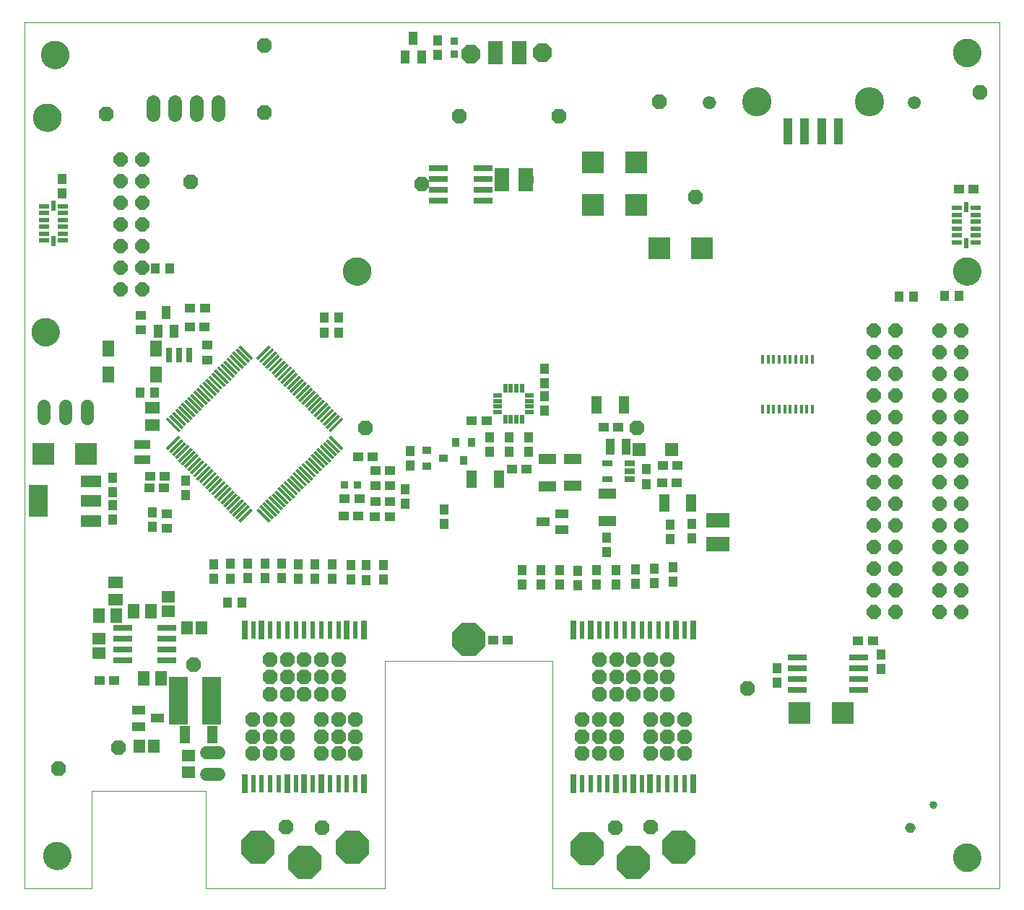
<source format=gbs>
G75*
G70*
%OFA0B0*%
%FSLAX24Y24*%
%IPPOS*%
%LPD*%
%AMOC8*
5,1,8,0,0,1.08239X$1,22.5*
%
%ADD10C,0.0008*%
%ADD11C,0.0000*%
%ADD12C,0.1300*%
%ADD13OC8,0.0640*%
%ADD14R,0.0906X0.0276*%
%ADD15R,0.0552X0.0670*%
%ADD16R,0.0670X0.0552*%
%ADD17R,0.0631X0.0552*%
%ADD18R,0.0552X0.0631*%
%ADD19R,0.0886X0.2205*%
%ADD20R,0.0591X0.0434*%
%ADD21C,0.0600*%
%ADD22C,0.0315*%
%ADD23R,0.0240X0.0827*%
%ADD24R,0.0276X0.0866*%
%ADD25R,0.0434X0.0473*%
%ADD26OC8,0.1540*%
%ADD27C,0.1350*%
%ADD28R,0.0394X0.1221*%
%ADD29R,0.0670X0.1103*%
%ADD30OC8,0.0890*%
%ADD31R,0.0473X0.0434*%
%ADD32R,0.0138X0.0827*%
%ADD33R,0.0827X0.0138*%
%ADD34R,0.0741X0.0442*%
%ADD35R,0.0985X0.0985*%
%ADD36R,0.1103X0.0670*%
%ADD37R,0.0434X0.0591*%
%ADD38R,0.0540X0.0780*%
%ADD39R,0.0355X0.0355*%
%ADD40R,0.0512X0.0257*%
%ADD41R,0.0827X0.0512*%
%ADD42R,0.0591X0.0591*%
%ADD43R,0.0442X0.0741*%
%ADD44R,0.0434X0.0197*%
%ADD45R,0.0197X0.0434*%
%ADD46R,0.0920X0.0520*%
%ADD47R,0.0906X0.1457*%
%ADD48R,0.0512X0.0827*%
%ADD49C,0.0335*%
%ADD50C,0.0453*%
%ADD51R,0.0394X0.0355*%
%ADD52R,0.0355X0.0394*%
%ADD53C,0.0640*%
%ADD54R,0.0316X0.0709*%
%ADD55R,0.0512X0.0237*%
%ADD56R,0.0237X0.0512*%
%ADD57OC8,0.0670*%
%ADD58C,0.0591*%
%ADD59R,0.1044X0.1024*%
%ADD60R,0.0160X0.0430*%
D10*
X000180Y000805D02*
X000180Y040805D01*
X029550Y040805D01*
X045180Y040805D01*
X045180Y040305D01*
X045172Y040675D02*
X045172Y000805D01*
X031912Y000805D01*
X031834Y000805D01*
X031519Y000805D01*
X024566Y000805D01*
X024566Y011305D01*
X016803Y011305D01*
X016803Y000805D01*
X009786Y000805D01*
X009708Y000805D01*
X008546Y000805D01*
X008546Y005305D01*
X003269Y005305D01*
X003269Y000805D01*
X000180Y000805D01*
X000180Y040805D02*
X000180Y040833D01*
D11*
X000962Y039305D02*
X000964Y039355D01*
X000970Y039405D01*
X000980Y039454D01*
X000994Y039502D01*
X001011Y039549D01*
X001032Y039594D01*
X001057Y039638D01*
X001085Y039679D01*
X001117Y039718D01*
X001151Y039755D01*
X001188Y039789D01*
X001228Y039819D01*
X001270Y039846D01*
X001314Y039870D01*
X001360Y039891D01*
X001407Y039907D01*
X001455Y039920D01*
X001505Y039929D01*
X001554Y039934D01*
X001605Y039935D01*
X001655Y039932D01*
X001704Y039925D01*
X001753Y039914D01*
X001801Y039899D01*
X001847Y039881D01*
X001892Y039859D01*
X001935Y039833D01*
X001976Y039804D01*
X002015Y039772D01*
X002051Y039737D01*
X002083Y039699D01*
X002113Y039659D01*
X002140Y039616D01*
X002163Y039572D01*
X002182Y039526D01*
X002198Y039478D01*
X002210Y039429D01*
X002218Y039380D01*
X002222Y039330D01*
X002222Y039280D01*
X002218Y039230D01*
X002210Y039181D01*
X002198Y039132D01*
X002182Y039084D01*
X002163Y039038D01*
X002140Y038994D01*
X002113Y038951D01*
X002083Y038911D01*
X002051Y038873D01*
X002015Y038838D01*
X001976Y038806D01*
X001935Y038777D01*
X001892Y038751D01*
X001847Y038729D01*
X001801Y038711D01*
X001753Y038696D01*
X001704Y038685D01*
X001655Y038678D01*
X001605Y038675D01*
X001554Y038676D01*
X001505Y038681D01*
X001455Y038690D01*
X001407Y038703D01*
X001360Y038719D01*
X001314Y038740D01*
X001270Y038764D01*
X001228Y038791D01*
X001188Y038821D01*
X001151Y038855D01*
X001117Y038892D01*
X001085Y038931D01*
X001057Y038972D01*
X001032Y039016D01*
X001011Y039061D01*
X000994Y039108D01*
X000980Y039156D01*
X000970Y039205D01*
X000964Y039255D01*
X000962Y039305D01*
X000602Y036410D02*
X000604Y036460D01*
X000610Y036510D01*
X000620Y036559D01*
X000634Y036607D01*
X000651Y036654D01*
X000672Y036699D01*
X000697Y036743D01*
X000725Y036784D01*
X000757Y036823D01*
X000791Y036860D01*
X000828Y036894D01*
X000868Y036924D01*
X000910Y036951D01*
X000954Y036975D01*
X001000Y036996D01*
X001047Y037012D01*
X001095Y037025D01*
X001145Y037034D01*
X001194Y037039D01*
X001245Y037040D01*
X001295Y037037D01*
X001344Y037030D01*
X001393Y037019D01*
X001441Y037004D01*
X001487Y036986D01*
X001532Y036964D01*
X001575Y036938D01*
X001616Y036909D01*
X001655Y036877D01*
X001691Y036842D01*
X001723Y036804D01*
X001753Y036764D01*
X001780Y036721D01*
X001803Y036677D01*
X001822Y036631D01*
X001838Y036583D01*
X001850Y036534D01*
X001858Y036485D01*
X001862Y036435D01*
X001862Y036385D01*
X001858Y036335D01*
X001850Y036286D01*
X001838Y036237D01*
X001822Y036189D01*
X001803Y036143D01*
X001780Y036099D01*
X001753Y036056D01*
X001723Y036016D01*
X001691Y035978D01*
X001655Y035943D01*
X001616Y035911D01*
X001575Y035882D01*
X001532Y035856D01*
X001487Y035834D01*
X001441Y035816D01*
X001393Y035801D01*
X001344Y035790D01*
X001295Y035783D01*
X001245Y035780D01*
X001194Y035781D01*
X001145Y035786D01*
X001095Y035795D01*
X001047Y035808D01*
X001000Y035824D01*
X000954Y035845D01*
X000910Y035869D01*
X000868Y035896D01*
X000828Y035926D01*
X000791Y035960D01*
X000757Y035997D01*
X000725Y036036D01*
X000697Y036077D01*
X000672Y036121D01*
X000651Y036166D01*
X000634Y036213D01*
X000620Y036261D01*
X000610Y036310D01*
X000604Y036360D01*
X000602Y036410D01*
X000515Y026498D02*
X000517Y026548D01*
X000523Y026598D01*
X000533Y026647D01*
X000547Y026695D01*
X000564Y026742D01*
X000585Y026787D01*
X000610Y026831D01*
X000638Y026872D01*
X000670Y026911D01*
X000704Y026948D01*
X000741Y026982D01*
X000781Y027012D01*
X000823Y027039D01*
X000867Y027063D01*
X000913Y027084D01*
X000960Y027100D01*
X001008Y027113D01*
X001058Y027122D01*
X001107Y027127D01*
X001158Y027128D01*
X001208Y027125D01*
X001257Y027118D01*
X001306Y027107D01*
X001354Y027092D01*
X001400Y027074D01*
X001445Y027052D01*
X001488Y027026D01*
X001529Y026997D01*
X001568Y026965D01*
X001604Y026930D01*
X001636Y026892D01*
X001666Y026852D01*
X001693Y026809D01*
X001716Y026765D01*
X001735Y026719D01*
X001751Y026671D01*
X001763Y026622D01*
X001771Y026573D01*
X001775Y026523D01*
X001775Y026473D01*
X001771Y026423D01*
X001763Y026374D01*
X001751Y026325D01*
X001735Y026277D01*
X001716Y026231D01*
X001693Y026187D01*
X001666Y026144D01*
X001636Y026104D01*
X001604Y026066D01*
X001568Y026031D01*
X001529Y025999D01*
X001488Y025970D01*
X001445Y025944D01*
X001400Y025922D01*
X001354Y025904D01*
X001306Y025889D01*
X001257Y025878D01*
X001208Y025871D01*
X001158Y025868D01*
X001107Y025869D01*
X001058Y025874D01*
X001008Y025883D01*
X000960Y025896D01*
X000913Y025912D01*
X000867Y025933D01*
X000823Y025957D01*
X000781Y025984D01*
X000741Y026014D01*
X000704Y026048D01*
X000670Y026085D01*
X000638Y026124D01*
X000610Y026165D01*
X000585Y026209D01*
X000564Y026254D01*
X000547Y026301D01*
X000533Y026349D01*
X000523Y026398D01*
X000517Y026448D01*
X000515Y026498D01*
X014901Y029305D02*
X014903Y029355D01*
X014909Y029405D01*
X014919Y029454D01*
X014933Y029502D01*
X014950Y029549D01*
X014971Y029594D01*
X014996Y029638D01*
X015024Y029679D01*
X015056Y029718D01*
X015090Y029755D01*
X015127Y029789D01*
X015167Y029819D01*
X015209Y029846D01*
X015253Y029870D01*
X015299Y029891D01*
X015346Y029907D01*
X015394Y029920D01*
X015444Y029929D01*
X015493Y029934D01*
X015544Y029935D01*
X015594Y029932D01*
X015643Y029925D01*
X015692Y029914D01*
X015740Y029899D01*
X015786Y029881D01*
X015831Y029859D01*
X015874Y029833D01*
X015915Y029804D01*
X015954Y029772D01*
X015990Y029737D01*
X016022Y029699D01*
X016052Y029659D01*
X016079Y029616D01*
X016102Y029572D01*
X016121Y029526D01*
X016137Y029478D01*
X016149Y029429D01*
X016157Y029380D01*
X016161Y029330D01*
X016161Y029280D01*
X016157Y029230D01*
X016149Y029181D01*
X016137Y029132D01*
X016121Y029084D01*
X016102Y029038D01*
X016079Y028994D01*
X016052Y028951D01*
X016022Y028911D01*
X015990Y028873D01*
X015954Y028838D01*
X015915Y028806D01*
X015874Y028777D01*
X015831Y028751D01*
X015786Y028729D01*
X015740Y028711D01*
X015692Y028696D01*
X015643Y028685D01*
X015594Y028678D01*
X015544Y028675D01*
X015493Y028676D01*
X015444Y028681D01*
X015394Y028690D01*
X015346Y028703D01*
X015299Y028719D01*
X015253Y028740D01*
X015209Y028764D01*
X015167Y028791D01*
X015127Y028821D01*
X015090Y028855D01*
X015056Y028892D01*
X015024Y028931D01*
X014996Y028972D01*
X014971Y029016D01*
X014950Y029061D01*
X014933Y029108D01*
X014919Y029156D01*
X014909Y029205D01*
X014903Y029255D01*
X014901Y029305D01*
X031518Y037104D02*
X031520Y037137D01*
X031526Y037169D01*
X031535Y037200D01*
X031548Y037230D01*
X031565Y037258D01*
X031585Y037284D01*
X031608Y037308D01*
X031633Y037328D01*
X031661Y037346D01*
X031690Y037360D01*
X031721Y037370D01*
X031753Y037377D01*
X031786Y037380D01*
X031819Y037379D01*
X031851Y037374D01*
X031882Y037365D01*
X031913Y037353D01*
X031941Y037337D01*
X031968Y037318D01*
X031992Y037296D01*
X032013Y037271D01*
X032032Y037244D01*
X032047Y037215D01*
X032058Y037185D01*
X032066Y037153D01*
X032070Y037120D01*
X032070Y037088D01*
X032066Y037055D01*
X032058Y037023D01*
X032047Y036993D01*
X032032Y036964D01*
X032013Y036937D01*
X031992Y036912D01*
X031968Y036890D01*
X031941Y036871D01*
X031913Y036855D01*
X031882Y036843D01*
X031851Y036834D01*
X031819Y036829D01*
X031786Y036828D01*
X031753Y036831D01*
X031721Y036838D01*
X031690Y036848D01*
X031661Y036862D01*
X031633Y036880D01*
X031608Y036900D01*
X031585Y036924D01*
X031565Y036950D01*
X031548Y036978D01*
X031535Y037008D01*
X031526Y037039D01*
X031520Y037071D01*
X031518Y037104D01*
X040967Y037104D02*
X040969Y037137D01*
X040975Y037169D01*
X040984Y037200D01*
X040997Y037230D01*
X041014Y037258D01*
X041034Y037284D01*
X041057Y037308D01*
X041082Y037328D01*
X041110Y037346D01*
X041139Y037360D01*
X041170Y037370D01*
X041202Y037377D01*
X041235Y037380D01*
X041268Y037379D01*
X041300Y037374D01*
X041331Y037365D01*
X041362Y037353D01*
X041390Y037337D01*
X041417Y037318D01*
X041441Y037296D01*
X041462Y037271D01*
X041481Y037244D01*
X041496Y037215D01*
X041507Y037185D01*
X041515Y037153D01*
X041519Y037120D01*
X041519Y037088D01*
X041515Y037055D01*
X041507Y037023D01*
X041496Y036993D01*
X041481Y036964D01*
X041462Y036937D01*
X041441Y036912D01*
X041417Y036890D01*
X041390Y036871D01*
X041362Y036855D01*
X041331Y036843D01*
X041300Y036834D01*
X041268Y036829D01*
X041235Y036828D01*
X041202Y036831D01*
X041170Y036838D01*
X041139Y036848D01*
X041110Y036862D01*
X041082Y036880D01*
X041057Y036900D01*
X041034Y036924D01*
X041014Y036950D01*
X040997Y036978D01*
X040984Y037008D01*
X040975Y037039D01*
X040969Y037071D01*
X040967Y037104D01*
X043050Y039393D02*
X043052Y039443D01*
X043058Y039493D01*
X043068Y039542D01*
X043082Y039590D01*
X043099Y039637D01*
X043120Y039682D01*
X043145Y039726D01*
X043173Y039767D01*
X043205Y039806D01*
X043239Y039843D01*
X043276Y039877D01*
X043316Y039907D01*
X043358Y039934D01*
X043402Y039958D01*
X043448Y039979D01*
X043495Y039995D01*
X043543Y040008D01*
X043593Y040017D01*
X043642Y040022D01*
X043693Y040023D01*
X043743Y040020D01*
X043792Y040013D01*
X043841Y040002D01*
X043889Y039987D01*
X043935Y039969D01*
X043980Y039947D01*
X044023Y039921D01*
X044064Y039892D01*
X044103Y039860D01*
X044139Y039825D01*
X044171Y039787D01*
X044201Y039747D01*
X044228Y039704D01*
X044251Y039660D01*
X044270Y039614D01*
X044286Y039566D01*
X044298Y039517D01*
X044306Y039468D01*
X044310Y039418D01*
X044310Y039368D01*
X044306Y039318D01*
X044298Y039269D01*
X044286Y039220D01*
X044270Y039172D01*
X044251Y039126D01*
X044228Y039082D01*
X044201Y039039D01*
X044171Y038999D01*
X044139Y038961D01*
X044103Y038926D01*
X044064Y038894D01*
X044023Y038865D01*
X043980Y038839D01*
X043935Y038817D01*
X043889Y038799D01*
X043841Y038784D01*
X043792Y038773D01*
X043743Y038766D01*
X043693Y038763D01*
X043642Y038764D01*
X043593Y038769D01*
X043543Y038778D01*
X043495Y038791D01*
X043448Y038807D01*
X043402Y038828D01*
X043358Y038852D01*
X043316Y038879D01*
X043276Y038909D01*
X043239Y038943D01*
X043205Y038980D01*
X043173Y039019D01*
X043145Y039060D01*
X043120Y039104D01*
X043099Y039149D01*
X043082Y039196D01*
X043068Y039244D01*
X043058Y039293D01*
X043052Y039343D01*
X043050Y039393D01*
X043050Y029305D02*
X043052Y029355D01*
X043058Y029405D01*
X043068Y029454D01*
X043082Y029502D01*
X043099Y029549D01*
X043120Y029594D01*
X043145Y029638D01*
X043173Y029679D01*
X043205Y029718D01*
X043239Y029755D01*
X043276Y029789D01*
X043316Y029819D01*
X043358Y029846D01*
X043402Y029870D01*
X043448Y029891D01*
X043495Y029907D01*
X043543Y029920D01*
X043593Y029929D01*
X043642Y029934D01*
X043693Y029935D01*
X043743Y029932D01*
X043792Y029925D01*
X043841Y029914D01*
X043889Y029899D01*
X043935Y029881D01*
X043980Y029859D01*
X044023Y029833D01*
X044064Y029804D01*
X044103Y029772D01*
X044139Y029737D01*
X044171Y029699D01*
X044201Y029659D01*
X044228Y029616D01*
X044251Y029572D01*
X044270Y029526D01*
X044286Y029478D01*
X044298Y029429D01*
X044306Y029380D01*
X044310Y029330D01*
X044310Y029280D01*
X044306Y029230D01*
X044298Y029181D01*
X044286Y029132D01*
X044270Y029084D01*
X044251Y029038D01*
X044228Y028994D01*
X044201Y028951D01*
X044171Y028911D01*
X044139Y028873D01*
X044103Y028838D01*
X044064Y028806D01*
X044023Y028777D01*
X043980Y028751D01*
X043935Y028729D01*
X043889Y028711D01*
X043841Y028696D01*
X043792Y028685D01*
X043743Y028678D01*
X043693Y028675D01*
X043642Y028676D01*
X043593Y028681D01*
X043543Y028690D01*
X043495Y028703D01*
X043448Y028719D01*
X043402Y028740D01*
X043358Y028764D01*
X043316Y028791D01*
X043276Y028821D01*
X043239Y028855D01*
X043205Y028892D01*
X043173Y028931D01*
X043145Y028972D01*
X043120Y029016D01*
X043099Y029061D01*
X043082Y029108D01*
X043068Y029156D01*
X043058Y029205D01*
X043052Y029255D01*
X043050Y029305D01*
X041977Y004654D02*
X041979Y004678D01*
X041985Y004701D01*
X041994Y004723D01*
X042007Y004743D01*
X042022Y004761D01*
X042041Y004776D01*
X042062Y004788D01*
X042084Y004796D01*
X042107Y004801D01*
X042131Y004802D01*
X042155Y004799D01*
X042177Y004792D01*
X042199Y004782D01*
X042219Y004769D01*
X042236Y004752D01*
X042250Y004733D01*
X042261Y004712D01*
X042269Y004689D01*
X042273Y004666D01*
X042273Y004642D01*
X042269Y004619D01*
X042261Y004596D01*
X042250Y004575D01*
X042236Y004556D01*
X042219Y004539D01*
X042199Y004526D01*
X042177Y004516D01*
X042155Y004509D01*
X042131Y004506D01*
X042107Y004507D01*
X042084Y004512D01*
X042062Y004520D01*
X042041Y004532D01*
X042022Y004547D01*
X042007Y004565D01*
X041994Y004585D01*
X041985Y004607D01*
X041979Y004630D01*
X041977Y004654D01*
X040858Y003602D02*
X040860Y003630D01*
X040866Y003658D01*
X040875Y003684D01*
X040888Y003710D01*
X040904Y003733D01*
X040924Y003753D01*
X040946Y003771D01*
X040970Y003786D01*
X040996Y003797D01*
X041023Y003805D01*
X041051Y003809D01*
X041079Y003809D01*
X041107Y003805D01*
X041134Y003797D01*
X041160Y003786D01*
X041184Y003771D01*
X041206Y003753D01*
X041226Y003733D01*
X041242Y003710D01*
X041255Y003684D01*
X041264Y003658D01*
X041270Y003630D01*
X041272Y003602D01*
X041270Y003574D01*
X041264Y003546D01*
X041255Y003520D01*
X041242Y003494D01*
X041226Y003471D01*
X041206Y003451D01*
X041184Y003433D01*
X041160Y003418D01*
X041134Y003407D01*
X041107Y003399D01*
X041079Y003395D01*
X041051Y003395D01*
X041023Y003399D01*
X040996Y003407D01*
X040970Y003418D01*
X040946Y003433D01*
X040924Y003451D01*
X040904Y003471D01*
X040888Y003494D01*
X040875Y003520D01*
X040866Y003546D01*
X040860Y003574D01*
X040858Y003602D01*
X043050Y002217D02*
X043052Y002267D01*
X043058Y002317D01*
X043068Y002366D01*
X043082Y002414D01*
X043099Y002461D01*
X043120Y002506D01*
X043145Y002550D01*
X043173Y002591D01*
X043205Y002630D01*
X043239Y002667D01*
X043276Y002701D01*
X043316Y002731D01*
X043358Y002758D01*
X043402Y002782D01*
X043448Y002803D01*
X043495Y002819D01*
X043543Y002832D01*
X043593Y002841D01*
X043642Y002846D01*
X043693Y002847D01*
X043743Y002844D01*
X043792Y002837D01*
X043841Y002826D01*
X043889Y002811D01*
X043935Y002793D01*
X043980Y002771D01*
X044023Y002745D01*
X044064Y002716D01*
X044103Y002684D01*
X044139Y002649D01*
X044171Y002611D01*
X044201Y002571D01*
X044228Y002528D01*
X044251Y002484D01*
X044270Y002438D01*
X044286Y002390D01*
X044298Y002341D01*
X044306Y002292D01*
X044310Y002242D01*
X044310Y002192D01*
X044306Y002142D01*
X044298Y002093D01*
X044286Y002044D01*
X044270Y001996D01*
X044251Y001950D01*
X044228Y001906D01*
X044201Y001863D01*
X044171Y001823D01*
X044139Y001785D01*
X044103Y001750D01*
X044064Y001718D01*
X044023Y001689D01*
X043980Y001663D01*
X043935Y001641D01*
X043889Y001623D01*
X043841Y001608D01*
X043792Y001597D01*
X043743Y001590D01*
X043693Y001587D01*
X043642Y001588D01*
X043593Y001593D01*
X043543Y001602D01*
X043495Y001615D01*
X043448Y001631D01*
X043402Y001652D01*
X043358Y001676D01*
X043316Y001703D01*
X043276Y001733D01*
X043239Y001767D01*
X043205Y001804D01*
X043173Y001843D01*
X043145Y001884D01*
X043120Y001928D01*
X043099Y001973D01*
X043082Y002020D01*
X043068Y002068D01*
X043058Y002117D01*
X043052Y002167D01*
X043050Y002217D01*
X001050Y002305D02*
X001052Y002355D01*
X001058Y002405D01*
X001068Y002454D01*
X001082Y002502D01*
X001099Y002549D01*
X001120Y002594D01*
X001145Y002638D01*
X001173Y002679D01*
X001205Y002718D01*
X001239Y002755D01*
X001276Y002789D01*
X001316Y002819D01*
X001358Y002846D01*
X001402Y002870D01*
X001448Y002891D01*
X001495Y002907D01*
X001543Y002920D01*
X001593Y002929D01*
X001642Y002934D01*
X001693Y002935D01*
X001743Y002932D01*
X001792Y002925D01*
X001841Y002914D01*
X001889Y002899D01*
X001935Y002881D01*
X001980Y002859D01*
X002023Y002833D01*
X002064Y002804D01*
X002103Y002772D01*
X002139Y002737D01*
X002171Y002699D01*
X002201Y002659D01*
X002228Y002616D01*
X002251Y002572D01*
X002270Y002526D01*
X002286Y002478D01*
X002298Y002429D01*
X002306Y002380D01*
X002310Y002330D01*
X002310Y002280D01*
X002306Y002230D01*
X002298Y002181D01*
X002286Y002132D01*
X002270Y002084D01*
X002251Y002038D01*
X002228Y001994D01*
X002201Y001951D01*
X002171Y001911D01*
X002139Y001873D01*
X002103Y001838D01*
X002064Y001806D01*
X002023Y001777D01*
X001980Y001751D01*
X001935Y001729D01*
X001889Y001711D01*
X001841Y001696D01*
X001792Y001685D01*
X001743Y001678D01*
X001693Y001675D01*
X001642Y001676D01*
X001593Y001681D01*
X001543Y001690D01*
X001495Y001703D01*
X001448Y001719D01*
X001402Y001740D01*
X001358Y001764D01*
X001316Y001791D01*
X001276Y001821D01*
X001239Y001855D01*
X001205Y001892D01*
X001173Y001931D01*
X001145Y001972D01*
X001120Y002016D01*
X001099Y002061D01*
X001082Y002108D01*
X001068Y002156D01*
X001058Y002205D01*
X001052Y002255D01*
X001050Y002305D01*
D12*
X001680Y002305D03*
X001145Y026498D03*
X001232Y036410D03*
X001592Y039305D03*
X015531Y029305D03*
X043680Y029305D03*
X043680Y039393D03*
X043680Y002217D03*
D13*
X043417Y013568D03*
X042417Y013568D03*
X042417Y014568D03*
X043417Y014568D03*
X043417Y015568D03*
X042417Y015568D03*
X042417Y016568D03*
X043417Y016568D03*
X043417Y017568D03*
X042417Y017568D03*
X042417Y018568D03*
X043417Y018568D03*
X043417Y019568D03*
X042417Y019568D03*
X042417Y020568D03*
X043417Y020568D03*
X043417Y021568D03*
X042417Y021568D03*
X042417Y022568D03*
X043417Y022568D03*
X043417Y023568D03*
X042417Y023568D03*
X042417Y024568D03*
X043417Y024568D03*
X043417Y025568D03*
X042417Y025568D03*
X042417Y026568D03*
X043417Y026568D03*
X040391Y026568D03*
X040391Y025568D03*
X040391Y024568D03*
X039391Y024568D03*
X039391Y025568D03*
X039391Y026568D03*
X039391Y023568D03*
X040391Y023568D03*
X040391Y022568D03*
X040391Y021568D03*
X040391Y020568D03*
X039391Y020568D03*
X039391Y021568D03*
X039391Y022568D03*
X039391Y019568D03*
X040391Y019568D03*
X040391Y018568D03*
X040391Y017568D03*
X039391Y017568D03*
X039391Y018568D03*
X039391Y016568D03*
X040391Y016568D03*
X040391Y015568D03*
X040391Y014568D03*
X040391Y013568D03*
X039391Y013568D03*
X039391Y014568D03*
X039391Y015568D03*
X005626Y028451D03*
X005626Y029451D03*
X005626Y030451D03*
X005626Y031451D03*
X005626Y032451D03*
X005626Y033451D03*
X005626Y034451D03*
X004626Y034451D03*
X004626Y033451D03*
X004626Y032451D03*
X004626Y031451D03*
X004626Y030451D03*
X004626Y029451D03*
X004626Y028451D03*
D14*
X019290Y032579D03*
X019290Y033079D03*
X019290Y033579D03*
X019290Y034079D03*
X021337Y034079D03*
X021337Y033579D03*
X021337Y033079D03*
X021337Y032579D03*
X006759Y012842D03*
X006759Y012342D03*
X006759Y011842D03*
X006759Y011342D03*
X004711Y011342D03*
X004711Y011842D03*
X004711Y012342D03*
X004711Y012842D03*
X035849Y011476D03*
X035849Y010976D03*
X035849Y010476D03*
X035849Y009976D03*
X038674Y009976D03*
X038674Y010476D03*
X038674Y010976D03*
X038674Y011476D03*
D15*
X006473Y010514D03*
X005686Y010514D03*
X004406Y013414D03*
X003618Y013414D03*
X005232Y013612D03*
X006020Y013612D03*
D16*
X004400Y014139D03*
X004400Y014927D03*
X006070Y022205D03*
X006070Y022992D03*
D17*
X006821Y014281D03*
X006821Y013611D03*
X003614Y012347D03*
X003614Y011678D03*
X007739Y006927D03*
X007739Y006179D03*
D18*
X006149Y007352D03*
X005479Y007352D03*
X007695Y012848D03*
X008364Y012848D03*
D19*
X008802Y009474D03*
X007290Y009474D03*
D20*
X006309Y008654D03*
X005443Y008280D03*
X005443Y009028D03*
X024104Y017738D03*
X024970Y017364D03*
X024970Y018112D03*
D21*
X009141Y007058D02*
X008581Y007058D01*
X008581Y006058D02*
X009141Y006058D01*
X003070Y022494D02*
X003070Y023054D01*
X002070Y023054D02*
X002070Y022494D01*
X001070Y022494D02*
X001070Y023054D01*
D22*
X011522Y011346D03*
X011522Y010558D03*
X011522Y009771D03*
X012310Y009771D03*
X013097Y009771D03*
X013884Y009771D03*
X013884Y010558D03*
X013097Y010558D03*
X013097Y011346D03*
X013884Y011346D03*
X014672Y011346D03*
X014672Y010558D03*
X014672Y009771D03*
X014672Y008590D03*
X015459Y008590D03*
X015459Y007802D03*
X015459Y007015D03*
X014672Y007015D03*
X014672Y007802D03*
X013884Y007802D03*
X013884Y007015D03*
X012310Y007015D03*
X012310Y007802D03*
X012310Y008590D03*
X011522Y008590D03*
X010735Y008590D03*
X010735Y007802D03*
X011522Y007802D03*
X011522Y007015D03*
X010735Y007015D03*
X013884Y008590D03*
X012310Y010558D03*
X012310Y011346D03*
X025917Y008585D03*
X025917Y007798D03*
X025917Y007011D03*
X026705Y007011D03*
X026705Y007798D03*
X027492Y007798D03*
X027492Y007011D03*
X027492Y008585D03*
X026705Y008585D03*
X026705Y009766D03*
X027492Y009766D03*
X028279Y009766D03*
X029067Y009766D03*
X029854Y009766D03*
X029854Y010554D03*
X029854Y011341D03*
X029067Y011341D03*
X029067Y010554D03*
X028279Y010554D03*
X027492Y010554D03*
X027492Y011341D03*
X028279Y011341D03*
X026705Y011341D03*
X026705Y010554D03*
X029067Y008585D03*
X029067Y007798D03*
X029067Y007011D03*
X029854Y007011D03*
X029854Y007798D03*
X030642Y007798D03*
X030642Y007011D03*
X030642Y008585D03*
X029854Y008585D03*
D23*
X029854Y005633D03*
X029461Y005633D03*
X030248Y005633D03*
X030642Y005633D03*
X028673Y005633D03*
X027886Y005633D03*
X027098Y005633D03*
X026705Y005633D03*
X026311Y005633D03*
X025917Y005633D03*
X025917Y012719D03*
X026705Y012719D03*
X027098Y012719D03*
X027492Y012719D03*
X027886Y012719D03*
X028279Y012719D03*
X028673Y012719D03*
X029067Y012719D03*
X029461Y012719D03*
X029854Y012719D03*
X030642Y012719D03*
X015459Y012723D03*
X014672Y012723D03*
X014278Y012723D03*
X013884Y012723D03*
X013491Y012723D03*
X013097Y012723D03*
X012703Y012723D03*
X012310Y012723D03*
X011916Y012723D03*
X011522Y012723D03*
X010735Y012723D03*
X010735Y005637D03*
X011128Y005637D03*
X011522Y005637D03*
X011916Y005637D03*
X012703Y005637D03*
X013491Y005637D03*
X014278Y005637D03*
X014672Y005637D03*
X015065Y005637D03*
X015459Y005637D03*
D24*
X015853Y005639D03*
X013884Y005639D03*
X013097Y005639D03*
X012310Y005639D03*
X010341Y005639D03*
X010341Y012721D03*
X011128Y012721D03*
X015065Y012721D03*
X015853Y012721D03*
X025524Y012717D03*
X026311Y012717D03*
X030248Y012717D03*
X031035Y012717D03*
X031035Y005635D03*
X029067Y005635D03*
X028279Y005635D03*
X027492Y005635D03*
X025524Y005635D03*
D25*
X025733Y014796D03*
X025733Y015465D03*
X026588Y015488D03*
X026588Y014819D03*
X027487Y014829D03*
X027487Y015499D03*
X028375Y015538D03*
X029249Y015575D03*
X029249Y014905D03*
X028375Y014869D03*
X030129Y014954D03*
X030129Y015623D03*
X029975Y016936D03*
X029975Y017606D03*
X030981Y017621D03*
X030981Y016952D03*
X028876Y019481D03*
X028876Y020150D03*
X027042Y016987D03*
X027042Y016317D03*
X024874Y015488D03*
X024874Y014818D03*
X024018Y014833D03*
X024018Y015503D03*
X023164Y015500D03*
X023164Y014831D03*
X019541Y017643D03*
X019541Y018312D03*
X017738Y018571D03*
X017738Y019241D03*
X017987Y020326D03*
X017987Y020996D03*
X021645Y020969D03*
X021645Y021638D03*
X022563Y021626D03*
X022563Y020957D03*
X023435Y020963D03*
X023435Y021633D03*
X024199Y022877D03*
X024199Y023546D03*
X024191Y024139D03*
X024191Y024809D03*
X014688Y026474D03*
X014019Y026474D03*
X014019Y027183D03*
X014688Y027183D03*
X006873Y029446D03*
X006204Y029446D03*
X001912Y032911D03*
X001912Y033581D03*
X005518Y023711D03*
X006188Y023711D03*
X004242Y019780D03*
X004242Y019111D03*
X004257Y018489D03*
X004257Y017820D03*
X006088Y017496D03*
X006088Y018165D03*
X007622Y018976D03*
X007622Y019645D03*
X008911Y015782D03*
X009694Y015785D03*
X009694Y015116D03*
X008911Y015113D03*
X009536Y013987D03*
X010205Y013987D03*
X010481Y015119D03*
X010481Y015788D03*
X011276Y015787D03*
X012064Y015792D03*
X012064Y015123D03*
X011276Y015118D03*
X012817Y015114D03*
X012817Y015783D03*
X013595Y015767D03*
X014392Y015768D03*
X014392Y015098D03*
X013595Y015098D03*
X015252Y015072D03*
X015252Y015741D03*
X015938Y015717D03*
X015938Y015048D03*
X016755Y015059D03*
X016755Y015729D03*
X034904Y010982D03*
X034904Y010313D03*
X039708Y010943D03*
X039708Y011612D03*
X040554Y028128D03*
X041223Y028128D03*
X042661Y028151D03*
X043330Y028151D03*
X019235Y039289D03*
X019235Y039959D03*
D26*
X020694Y012302D03*
X015333Y002708D03*
X013105Y001985D03*
X010939Y002708D03*
X026159Y002619D03*
X028290Y001986D03*
X030384Y002697D03*
D27*
X033998Y037128D03*
X039168Y037128D03*
D28*
X037765Y035770D03*
X036977Y035770D03*
X036190Y035770D03*
X035402Y035770D03*
D29*
X023333Y033534D03*
X022230Y033534D03*
X021912Y039388D03*
X023015Y039388D03*
D30*
X024092Y039401D03*
X020787Y039334D03*
D31*
X008502Y027599D03*
X007833Y027599D03*
X007822Y026738D03*
X008491Y026738D03*
X008603Y025886D03*
X008603Y025216D03*
X005558Y026612D03*
X005558Y027281D03*
X005995Y019840D03*
X005963Y019308D03*
X006632Y019308D03*
X006664Y019840D03*
X006734Y018102D03*
X006734Y017433D03*
X004324Y010409D03*
X003655Y010409D03*
X014929Y017987D03*
X015598Y017987D03*
X015635Y018799D03*
X014966Y018799D03*
X016381Y018679D03*
X017050Y018679D03*
X017036Y017961D03*
X016367Y017961D03*
X016381Y019388D03*
X017050Y019388D03*
X017059Y020106D03*
X016390Y020106D03*
X016263Y020726D03*
X015593Y020726D03*
X020831Y022390D03*
X021501Y022390D03*
X022676Y020174D03*
X023345Y020174D03*
X026917Y022095D03*
X027586Y022095D03*
X029646Y020326D03*
X030315Y020326D03*
X030297Y019538D03*
X029628Y019538D03*
X022487Y012282D03*
X021818Y012282D03*
X038664Y012222D03*
X039334Y012222D03*
X043310Y033089D03*
X043979Y033089D03*
D32*
G36*
X014900Y021136D02*
X014803Y021039D01*
X014220Y021622D01*
X014317Y021719D01*
X014900Y021136D01*
G37*
G36*
X014760Y020996D02*
X014663Y020899D01*
X014080Y021482D01*
X014177Y021579D01*
X014760Y020996D01*
G37*
G36*
X014621Y020857D02*
X014524Y020760D01*
X013941Y021343D01*
X014038Y021440D01*
X014621Y020857D01*
G37*
G36*
X014482Y020718D02*
X014385Y020621D01*
X013802Y021204D01*
X013899Y021301D01*
X014482Y020718D01*
G37*
G36*
X014343Y020579D02*
X014246Y020482D01*
X013663Y021065D01*
X013760Y021162D01*
X014343Y020579D01*
G37*
G36*
X014204Y020440D02*
X014107Y020343D01*
X013524Y020926D01*
X013621Y021023D01*
X014204Y020440D01*
G37*
G36*
X014064Y020301D02*
X013967Y020204D01*
X013384Y020787D01*
X013481Y020884D01*
X014064Y020301D01*
G37*
G36*
X013925Y020161D02*
X013828Y020064D01*
X013245Y020647D01*
X013342Y020744D01*
X013925Y020161D01*
G37*
G36*
X013786Y020022D02*
X013689Y019925D01*
X013106Y020508D01*
X013203Y020605D01*
X013786Y020022D01*
G37*
G36*
X013647Y019883D02*
X013550Y019786D01*
X012967Y020369D01*
X013064Y020466D01*
X013647Y019883D01*
G37*
G36*
X013508Y019744D02*
X013411Y019647D01*
X012828Y020230D01*
X012925Y020327D01*
X013508Y019744D01*
G37*
G36*
X013368Y019605D02*
X013271Y019508D01*
X012688Y020091D01*
X012785Y020188D01*
X013368Y019605D01*
G37*
G36*
X013229Y019465D02*
X013132Y019368D01*
X012549Y019951D01*
X012646Y020048D01*
X013229Y019465D01*
G37*
G36*
X013090Y019326D02*
X012993Y019229D01*
X012410Y019812D01*
X012507Y019909D01*
X013090Y019326D01*
G37*
G36*
X012951Y019187D02*
X012854Y019090D01*
X012271Y019673D01*
X012368Y019770D01*
X012951Y019187D01*
G37*
G36*
X012812Y019048D02*
X012715Y018951D01*
X012132Y019534D01*
X012229Y019631D01*
X012812Y019048D01*
G37*
G36*
X012672Y018909D02*
X012575Y018812D01*
X011992Y019395D01*
X012089Y019492D01*
X012672Y018909D01*
G37*
G36*
X012533Y018769D02*
X012436Y018672D01*
X011853Y019255D01*
X011950Y019352D01*
X012533Y018769D01*
G37*
G36*
X012394Y018630D02*
X012297Y018533D01*
X011714Y019116D01*
X011811Y019213D01*
X012394Y018630D01*
G37*
G36*
X012255Y018491D02*
X012158Y018394D01*
X011575Y018977D01*
X011672Y019074D01*
X012255Y018491D01*
G37*
G36*
X012116Y018352D02*
X012019Y018255D01*
X011436Y018838D01*
X011533Y018935D01*
X012116Y018352D01*
G37*
G36*
X011976Y018213D02*
X011879Y018116D01*
X011296Y018699D01*
X011393Y018796D01*
X011976Y018213D01*
G37*
G36*
X011837Y018073D02*
X011740Y017976D01*
X011157Y018559D01*
X011254Y018656D01*
X011837Y018073D01*
G37*
G36*
X011698Y017934D02*
X011601Y017837D01*
X011018Y018420D01*
X011115Y018517D01*
X011698Y017934D01*
G37*
G36*
X011559Y017795D02*
X011462Y017698D01*
X010879Y018281D01*
X010976Y018378D01*
X011559Y017795D01*
G37*
G36*
X007383Y021971D02*
X007286Y021874D01*
X006703Y022457D01*
X006800Y022554D01*
X007383Y021971D01*
G37*
G36*
X007522Y022110D02*
X007425Y022013D01*
X006842Y022596D01*
X006939Y022693D01*
X007522Y022110D01*
G37*
G36*
X007661Y022249D02*
X007564Y022152D01*
X006981Y022735D01*
X007078Y022832D01*
X007661Y022249D01*
G37*
G36*
X007801Y022388D02*
X007704Y022291D01*
X007121Y022874D01*
X007218Y022971D01*
X007801Y022388D01*
G37*
G36*
X007940Y022528D02*
X007843Y022431D01*
X007260Y023014D01*
X007357Y023111D01*
X007940Y022528D01*
G37*
G36*
X008079Y022667D02*
X007982Y022570D01*
X007399Y023153D01*
X007496Y023250D01*
X008079Y022667D01*
G37*
G36*
X008218Y022806D02*
X008121Y022709D01*
X007538Y023292D01*
X007635Y023389D01*
X008218Y022806D01*
G37*
G36*
X008357Y022945D02*
X008260Y022848D01*
X007677Y023431D01*
X007774Y023528D01*
X008357Y022945D01*
G37*
G36*
X008497Y023084D02*
X008400Y022987D01*
X007817Y023570D01*
X007914Y023667D01*
X008497Y023084D01*
G37*
G36*
X008636Y023224D02*
X008539Y023127D01*
X007956Y023710D01*
X008053Y023807D01*
X008636Y023224D01*
G37*
G36*
X008775Y023363D02*
X008678Y023266D01*
X008095Y023849D01*
X008192Y023946D01*
X008775Y023363D01*
G37*
G36*
X008914Y023502D02*
X008817Y023405D01*
X008234Y023988D01*
X008331Y024085D01*
X008914Y023502D01*
G37*
G36*
X009053Y023641D02*
X008956Y023544D01*
X008373Y024127D01*
X008470Y024224D01*
X009053Y023641D01*
G37*
G36*
X009193Y023780D02*
X009096Y023683D01*
X008513Y024266D01*
X008610Y024363D01*
X009193Y023780D01*
G37*
G36*
X009332Y023920D02*
X009235Y023823D01*
X008652Y024406D01*
X008749Y024503D01*
X009332Y023920D01*
G37*
G36*
X009471Y024059D02*
X009374Y023962D01*
X008791Y024545D01*
X008888Y024642D01*
X009471Y024059D01*
G37*
G36*
X009610Y024198D02*
X009513Y024101D01*
X008930Y024684D01*
X009027Y024781D01*
X009610Y024198D01*
G37*
G36*
X009749Y024337D02*
X009652Y024240D01*
X009069Y024823D01*
X009166Y024920D01*
X009749Y024337D01*
G37*
G36*
X009889Y024476D02*
X009792Y024379D01*
X009209Y024962D01*
X009306Y025059D01*
X009889Y024476D01*
G37*
G36*
X010028Y024616D02*
X009931Y024519D01*
X009348Y025102D01*
X009445Y025199D01*
X010028Y024616D01*
G37*
G36*
X010167Y024755D02*
X010070Y024658D01*
X009487Y025241D01*
X009584Y025338D01*
X010167Y024755D01*
G37*
G36*
X010306Y024894D02*
X010209Y024797D01*
X009626Y025380D01*
X009723Y025477D01*
X010306Y024894D01*
G37*
G36*
X010445Y025033D02*
X010348Y024936D01*
X009765Y025519D01*
X009862Y025616D01*
X010445Y025033D01*
G37*
G36*
X010584Y025172D02*
X010487Y025075D01*
X009904Y025658D01*
X010001Y025755D01*
X010584Y025172D01*
G37*
G36*
X010724Y025312D02*
X010627Y025215D01*
X010044Y025798D01*
X010141Y025895D01*
X010724Y025312D01*
G37*
D33*
G36*
X011559Y025798D02*
X010976Y025215D01*
X010879Y025312D01*
X011462Y025895D01*
X011559Y025798D01*
G37*
G36*
X011698Y025658D02*
X011115Y025075D01*
X011018Y025172D01*
X011601Y025755D01*
X011698Y025658D01*
G37*
G36*
X011837Y025519D02*
X011254Y024936D01*
X011157Y025033D01*
X011740Y025616D01*
X011837Y025519D01*
G37*
G36*
X011976Y025380D02*
X011393Y024797D01*
X011296Y024894D01*
X011879Y025477D01*
X011976Y025380D01*
G37*
G36*
X012116Y025241D02*
X011533Y024658D01*
X011436Y024755D01*
X012019Y025338D01*
X012116Y025241D01*
G37*
G36*
X012255Y025102D02*
X011672Y024519D01*
X011575Y024616D01*
X012158Y025199D01*
X012255Y025102D01*
G37*
G36*
X012394Y024962D02*
X011811Y024379D01*
X011714Y024476D01*
X012297Y025059D01*
X012394Y024962D01*
G37*
G36*
X012533Y024823D02*
X011950Y024240D01*
X011853Y024337D01*
X012436Y024920D01*
X012533Y024823D01*
G37*
G36*
X012672Y024684D02*
X012089Y024101D01*
X011992Y024198D01*
X012575Y024781D01*
X012672Y024684D01*
G37*
G36*
X012812Y024545D02*
X012229Y023962D01*
X012132Y024059D01*
X012715Y024642D01*
X012812Y024545D01*
G37*
G36*
X012951Y024406D02*
X012368Y023823D01*
X012271Y023920D01*
X012854Y024503D01*
X012951Y024406D01*
G37*
G36*
X013090Y024266D02*
X012507Y023683D01*
X012410Y023780D01*
X012993Y024363D01*
X013090Y024266D01*
G37*
G36*
X013229Y024127D02*
X012646Y023544D01*
X012549Y023641D01*
X013132Y024224D01*
X013229Y024127D01*
G37*
G36*
X013368Y023988D02*
X012785Y023405D01*
X012688Y023502D01*
X013271Y024085D01*
X013368Y023988D01*
G37*
G36*
X013508Y023849D02*
X012925Y023266D01*
X012828Y023363D01*
X013411Y023946D01*
X013508Y023849D01*
G37*
G36*
X013647Y023710D02*
X013064Y023127D01*
X012967Y023224D01*
X013550Y023807D01*
X013647Y023710D01*
G37*
G36*
X013786Y023570D02*
X013203Y022987D01*
X013106Y023084D01*
X013689Y023667D01*
X013786Y023570D01*
G37*
G36*
X013925Y023431D02*
X013342Y022848D01*
X013245Y022945D01*
X013828Y023528D01*
X013925Y023431D01*
G37*
G36*
X014064Y023292D02*
X013481Y022709D01*
X013384Y022806D01*
X013967Y023389D01*
X014064Y023292D01*
G37*
G36*
X014204Y023153D02*
X013621Y022570D01*
X013524Y022667D01*
X014107Y023250D01*
X014204Y023153D01*
G37*
G36*
X014343Y023014D02*
X013760Y022431D01*
X013663Y022528D01*
X014246Y023111D01*
X014343Y023014D01*
G37*
G36*
X014482Y022874D02*
X013899Y022291D01*
X013802Y022388D01*
X014385Y022971D01*
X014482Y022874D01*
G37*
G36*
X014621Y022735D02*
X014038Y022152D01*
X013941Y022249D01*
X014524Y022832D01*
X014621Y022735D01*
G37*
G36*
X014760Y022596D02*
X014177Y022013D01*
X014080Y022110D01*
X014663Y022693D01*
X014760Y022596D01*
G37*
G36*
X014900Y022457D02*
X014317Y021874D01*
X014220Y021971D01*
X014803Y022554D01*
X014900Y022457D01*
G37*
G36*
X010724Y018281D02*
X010141Y017698D01*
X010044Y017795D01*
X010627Y018378D01*
X010724Y018281D01*
G37*
G36*
X010584Y018420D02*
X010001Y017837D01*
X009904Y017934D01*
X010487Y018517D01*
X010584Y018420D01*
G37*
G36*
X010445Y018559D02*
X009862Y017976D01*
X009765Y018073D01*
X010348Y018656D01*
X010445Y018559D01*
G37*
G36*
X010306Y018699D02*
X009723Y018116D01*
X009626Y018213D01*
X010209Y018796D01*
X010306Y018699D01*
G37*
G36*
X010167Y018838D02*
X009584Y018255D01*
X009487Y018352D01*
X010070Y018935D01*
X010167Y018838D01*
G37*
G36*
X010028Y018977D02*
X009445Y018394D01*
X009348Y018491D01*
X009931Y019074D01*
X010028Y018977D01*
G37*
G36*
X009889Y019116D02*
X009306Y018533D01*
X009209Y018630D01*
X009792Y019213D01*
X009889Y019116D01*
G37*
G36*
X009749Y019255D02*
X009166Y018672D01*
X009069Y018769D01*
X009652Y019352D01*
X009749Y019255D01*
G37*
G36*
X009610Y019395D02*
X009027Y018812D01*
X008930Y018909D01*
X009513Y019492D01*
X009610Y019395D01*
G37*
G36*
X009471Y019534D02*
X008888Y018951D01*
X008791Y019048D01*
X009374Y019631D01*
X009471Y019534D01*
G37*
G36*
X009332Y019673D02*
X008749Y019090D01*
X008652Y019187D01*
X009235Y019770D01*
X009332Y019673D01*
G37*
G36*
X009193Y019812D02*
X008610Y019229D01*
X008513Y019326D01*
X009096Y019909D01*
X009193Y019812D01*
G37*
G36*
X009053Y019951D02*
X008470Y019368D01*
X008373Y019465D01*
X008956Y020048D01*
X009053Y019951D01*
G37*
G36*
X008914Y020091D02*
X008331Y019508D01*
X008234Y019605D01*
X008817Y020188D01*
X008914Y020091D01*
G37*
G36*
X008775Y020230D02*
X008192Y019647D01*
X008095Y019744D01*
X008678Y020327D01*
X008775Y020230D01*
G37*
G36*
X008636Y020369D02*
X008053Y019786D01*
X007956Y019883D01*
X008539Y020466D01*
X008636Y020369D01*
G37*
G36*
X008497Y020508D02*
X007914Y019925D01*
X007817Y020022D01*
X008400Y020605D01*
X008497Y020508D01*
G37*
G36*
X008357Y020647D02*
X007774Y020064D01*
X007677Y020161D01*
X008260Y020744D01*
X008357Y020647D01*
G37*
G36*
X008218Y020787D02*
X007635Y020204D01*
X007538Y020301D01*
X008121Y020884D01*
X008218Y020787D01*
G37*
G36*
X008079Y020926D02*
X007496Y020343D01*
X007399Y020440D01*
X007982Y021023D01*
X008079Y020926D01*
G37*
G36*
X007940Y021065D02*
X007357Y020482D01*
X007260Y020579D01*
X007843Y021162D01*
X007940Y021065D01*
G37*
G36*
X007801Y021204D02*
X007218Y020621D01*
X007121Y020718D01*
X007704Y021301D01*
X007801Y021204D01*
G37*
G36*
X007661Y021343D02*
X007078Y020760D01*
X006981Y020857D01*
X007564Y021440D01*
X007661Y021343D01*
G37*
G36*
X007522Y021482D02*
X006939Y020899D01*
X006842Y020996D01*
X007425Y021579D01*
X007522Y021482D01*
G37*
G36*
X007383Y021622D02*
X006800Y021039D01*
X006703Y021136D01*
X007286Y021719D01*
X007383Y021622D01*
G37*
D34*
X005623Y021289D03*
X005623Y020588D03*
D35*
X003012Y020867D03*
X001043Y020867D03*
X029471Y030383D03*
X031439Y030383D03*
D36*
X032172Y017810D03*
X032172Y016707D03*
D37*
X018507Y039191D03*
X017759Y039191D03*
X018133Y040057D03*
X006723Y027413D03*
X007097Y026547D03*
X006349Y026547D03*
D38*
X006254Y025736D03*
X006254Y024536D03*
X004054Y024536D03*
X004054Y025736D03*
D39*
X014963Y019439D03*
X015553Y019439D03*
X020023Y039329D03*
X020023Y039919D03*
D40*
X027095Y020438D03*
X027095Y019690D03*
X028119Y019690D03*
X028119Y020064D03*
X028119Y020438D03*
D41*
X027070Y019027D03*
X027070Y017768D03*
X025491Y019385D03*
X024307Y019374D03*
X024307Y020633D03*
X025491Y020645D03*
D42*
X028549Y021068D03*
X030046Y021068D03*
D43*
X027934Y021200D03*
X027233Y021200D03*
D44*
X023486Y022796D03*
X023486Y023052D03*
X023486Y023308D03*
X023486Y023564D03*
X022029Y023564D03*
X022029Y023308D03*
X022029Y023052D03*
X022029Y022796D03*
D45*
X022373Y022452D03*
X022629Y022452D03*
X022885Y022452D03*
X023141Y022452D03*
X023141Y023909D03*
X022885Y023909D03*
X022629Y023909D03*
X022373Y023909D03*
D46*
X003263Y019596D03*
X003263Y018686D03*
X003263Y017776D03*
D47*
X000822Y018686D03*
D48*
X007582Y007892D03*
X008841Y007892D03*
X020810Y019703D03*
X022070Y019703D03*
X026584Y023139D03*
X027844Y023139D03*
X029705Y018615D03*
X030965Y018615D03*
D49*
X042125Y004654D03*
D50*
X041065Y003602D03*
D51*
X019521Y020661D03*
X018734Y021035D03*
X018734Y020287D03*
D52*
X020075Y021398D03*
X020823Y021398D03*
X020449Y020572D03*
D53*
X009130Y036524D02*
X009130Y037124D01*
X008130Y037124D02*
X008130Y036524D01*
X007130Y036524D02*
X007130Y037124D01*
X006130Y037124D02*
X006130Y036524D01*
D54*
X006838Y025419D03*
X007310Y025419D03*
X007783Y025419D03*
D55*
X001952Y030726D03*
X001952Y031041D03*
X001952Y031356D03*
X001952Y031671D03*
X001952Y031986D03*
X001952Y032301D03*
X001086Y032301D03*
X001086Y031986D03*
X001086Y031671D03*
X001086Y031356D03*
X001086Y031041D03*
X001086Y030726D03*
X043211Y030648D03*
X043211Y030963D03*
X043211Y031277D03*
X043211Y031592D03*
X043211Y031907D03*
X043211Y032222D03*
X044078Y032222D03*
X044078Y031907D03*
X044078Y031592D03*
X044078Y031277D03*
X044078Y030963D03*
X044078Y030648D03*
D56*
X043645Y030608D03*
X043645Y032262D03*
X001519Y032340D03*
X001519Y030687D03*
D57*
X003960Y036553D03*
X007853Y033438D03*
X011249Y036643D03*
X011257Y039733D03*
X018526Y033325D03*
X020252Y036473D03*
X023355Y033541D03*
X024859Y036462D03*
X029479Y037148D03*
X031160Y032749D03*
X028448Y022065D03*
X028290Y011356D03*
X027503Y011356D03*
X027503Y010569D03*
X028290Y010569D03*
X028290Y009781D03*
X027503Y009781D03*
X026715Y009781D03*
X026715Y010569D03*
X026715Y011356D03*
X029078Y011356D03*
X029078Y010569D03*
X029865Y010569D03*
X029865Y011356D03*
X029865Y009781D03*
X029078Y009781D03*
X029078Y008600D03*
X029865Y008600D03*
X030652Y008600D03*
X030652Y007813D03*
X029865Y007813D03*
X029865Y007026D03*
X030652Y007026D03*
X029078Y007026D03*
X029078Y007813D03*
X027503Y007813D03*
X027503Y007026D03*
X026715Y007026D03*
X026715Y007813D03*
X025928Y007813D03*
X025928Y007026D03*
X025928Y008600D03*
X026715Y008600D03*
X027503Y008600D03*
X027462Y003607D03*
X029078Y003640D03*
X033566Y010040D03*
X015928Y022065D03*
X014668Y011356D03*
X014668Y010569D03*
X013881Y010569D03*
X013881Y011356D03*
X013093Y011356D03*
X013093Y010569D03*
X012306Y010569D03*
X012306Y011356D03*
X011519Y011356D03*
X011519Y010569D03*
X011519Y009781D03*
X012306Y009781D03*
X013093Y009781D03*
X013881Y009781D03*
X014668Y009781D03*
X014668Y008600D03*
X014668Y007813D03*
X014668Y007026D03*
X013881Y007026D03*
X013881Y007813D03*
X013881Y008600D03*
X012306Y008600D03*
X012306Y007813D03*
X012306Y007026D03*
X011519Y007026D03*
X011519Y007813D03*
X010731Y007813D03*
X010731Y007026D03*
X010731Y008600D03*
X011519Y008600D03*
X007975Y011120D03*
X004529Y007299D03*
X001743Y006317D03*
X012243Y003635D03*
X013922Y003586D03*
X015456Y007026D03*
X015456Y007813D03*
X015456Y008600D03*
X044274Y037577D03*
D58*
X041243Y037104D03*
X031794Y037104D03*
D59*
X028418Y034348D03*
X028418Y032380D03*
X026430Y032380D03*
X026430Y034348D03*
X035958Y008915D03*
X037946Y008915D03*
D60*
X036553Y022920D03*
X036297Y022920D03*
X036041Y022920D03*
X035785Y022920D03*
X035529Y022920D03*
X035273Y022920D03*
X035018Y022920D03*
X034762Y022920D03*
X034506Y022920D03*
X034250Y022920D03*
X034250Y025217D03*
X034506Y025217D03*
X034762Y025217D03*
X035018Y025217D03*
X035273Y025217D03*
X035529Y025217D03*
X035785Y025217D03*
X036041Y025217D03*
X036297Y025217D03*
X036553Y025217D03*
M02*

</source>
